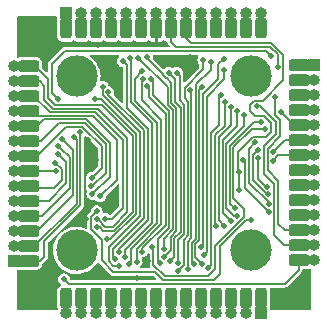
<source format=gbr>
G04 #@! TF.GenerationSoftware,KiCad,Pcbnew,(6.0.8)*
G04 #@! TF.CreationDate,2022-11-09T16:14:19-08:00*
G04 #@! TF.ProjectId,caravel_breakout_QFN,63617261-7665-46c5-9f62-7265616b6f75,rev?*
G04 #@! TF.SameCoordinates,Original*
G04 #@! TF.FileFunction,Copper,L2,Bot*
G04 #@! TF.FilePolarity,Positive*
%FSLAX46Y46*%
G04 Gerber Fmt 4.6, Leading zero omitted, Abs format (unit mm)*
G04 Created by KiCad (PCBNEW (6.0.8)) date 2022-11-09 16:14:19*
%MOMM*%
%LPD*%
G01*
G04 APERTURE LIST*
G04 Aperture macros list*
%AMRoundRect*
0 Rectangle with rounded corners*
0 $1 Rounding radius*
0 $2 $3 $4 $5 $6 $7 $8 $9 X,Y pos of 4 corners*
0 Add a 4 corners polygon primitive as box body*
4,1,4,$2,$3,$4,$5,$6,$7,$8,$9,$2,$3,0*
0 Add four circle primitives for the rounded corners*
1,1,$1+$1,$2,$3*
1,1,$1+$1,$4,$5*
1,1,$1+$1,$6,$7*
1,1,$1+$1,$8,$9*
0 Add four rect primitives between the rounded corners*
20,1,$1+$1,$2,$3,$4,$5,0*
20,1,$1+$1,$4,$5,$6,$7,0*
20,1,$1+$1,$6,$7,$8,$9,0*
20,1,$1+$1,$8,$9,$2,$3,0*%
G04 Aperture macros list end*
G04 #@! TA.AperFunction,ComponentPad*
%ADD10R,1.000000X1.000000*%
G04 #@! TD*
G04 #@! TA.AperFunction,SMDPad,CuDef*
%ADD11RoundRect,0.250000X-0.250000X0.625000X-0.250000X-0.625000X0.250000X-0.625000X0.250000X0.625000X0*%
G04 #@! TD*
G04 #@! TA.AperFunction,ComponentPad*
%ADD12O,1.000000X1.000000*%
G04 #@! TD*
G04 #@! TA.AperFunction,SMDPad,CuDef*
%ADD13RoundRect,0.250000X-0.625000X-0.250000X0.625000X-0.250000X0.625000X0.250000X-0.625000X0.250000X0*%
G04 #@! TD*
G04 #@! TA.AperFunction,SMDPad,CuDef*
%ADD14RoundRect,0.250000X0.250000X-0.625000X0.250000X0.625000X-0.250000X0.625000X-0.250000X-0.625000X0*%
G04 #@! TD*
G04 #@! TA.AperFunction,ComponentPad*
%ADD15C,3.500000*%
G04 #@! TD*
G04 #@! TA.AperFunction,SMDPad,CuDef*
%ADD16RoundRect,0.250000X0.625000X0.250000X-0.625000X0.250000X-0.625000X-0.250000X0.625000X-0.250000X0*%
G04 #@! TD*
G04 #@! TA.AperFunction,ViaPad*
%ADD17C,0.500000*%
G04 #@! TD*
G04 #@! TA.AperFunction,Conductor*
%ADD18C,0.152400*%
G04 #@! TD*
G04 APERTURE END LIST*
D10*
X127381000Y-80782000D03*
D11*
X127381000Y-82052000D03*
D12*
X128651000Y-80782000D03*
D11*
X128651000Y-82052000D03*
X129921000Y-82052000D03*
D12*
X129921000Y-80782000D03*
D11*
X131191000Y-82052000D03*
D12*
X131191000Y-80782000D03*
D11*
X132461000Y-82052000D03*
D12*
X132461000Y-80782000D03*
X133731000Y-80782000D03*
D11*
X133731000Y-82052000D03*
X135001000Y-82052000D03*
D12*
X135001000Y-80782000D03*
X136271000Y-80782000D03*
D11*
X136271000Y-82052000D03*
D12*
X137541000Y-80782000D03*
D11*
X137541000Y-82052000D03*
D12*
X138811000Y-80782000D03*
D11*
X138811000Y-82052000D03*
D12*
X140081000Y-80782000D03*
D11*
X140081000Y-82052000D03*
D12*
X141351000Y-80782000D03*
D11*
X141351000Y-82052000D03*
D12*
X142621000Y-80782000D03*
D11*
X142621000Y-82052000D03*
X143891000Y-82052000D03*
D12*
X143891000Y-80782000D03*
D10*
X122930000Y-101730000D03*
D13*
X124200000Y-101730000D03*
X124200000Y-100460000D03*
D12*
X122930000Y-100460000D03*
X122930000Y-99190000D03*
D13*
X124200000Y-99190000D03*
D12*
X122930000Y-97920000D03*
D13*
X124200000Y-97920000D03*
X124200000Y-96650000D03*
D12*
X122930000Y-96650000D03*
D13*
X124200000Y-95380000D03*
D12*
X122930000Y-95380000D03*
D13*
X124200000Y-94110000D03*
D12*
X122930000Y-94110000D03*
X122930000Y-92840000D03*
D13*
X124200000Y-92840000D03*
X124200000Y-91570000D03*
D12*
X122930000Y-91570000D03*
X122930000Y-90300000D03*
D13*
X124200000Y-90300000D03*
X124200000Y-89030000D03*
D12*
X122930000Y-89030000D03*
D13*
X124200000Y-87760000D03*
D12*
X122930000Y-87760000D03*
X122930000Y-86490000D03*
D13*
X124200000Y-86490000D03*
X124200000Y-85220000D03*
D12*
X122930000Y-85220000D03*
D10*
X143880000Y-106170000D03*
D14*
X143880000Y-104900000D03*
D12*
X142610000Y-106170000D03*
D14*
X142610000Y-104900000D03*
X141340000Y-104900000D03*
D12*
X141340000Y-106170000D03*
D14*
X140070000Y-104900000D03*
D12*
X140070000Y-106170000D03*
D14*
X138800000Y-104900000D03*
D12*
X138800000Y-106170000D03*
X137530000Y-106170000D03*
D14*
X137530000Y-104900000D03*
D12*
X136260000Y-106170000D03*
D14*
X136260000Y-104900000D03*
D12*
X134990000Y-106170000D03*
D14*
X134990000Y-104900000D03*
X133720000Y-104900000D03*
D12*
X133720000Y-106170000D03*
D14*
X132450000Y-104900000D03*
D12*
X132450000Y-106170000D03*
D14*
X131180000Y-104900000D03*
D12*
X131180000Y-106170000D03*
X129910000Y-106170000D03*
D14*
X129910000Y-104900000D03*
X128640000Y-104900000D03*
D12*
X128640000Y-106170000D03*
X127370000Y-106170000D03*
D14*
X127370000Y-104900000D03*
D15*
X128270000Y-100838000D03*
X143002000Y-86106000D03*
X128270000Y-86106000D03*
X143002000Y-100838000D03*
D16*
X147056000Y-85178600D03*
D10*
X148326000Y-85178600D03*
D16*
X147056000Y-86448600D03*
D12*
X148326000Y-86448600D03*
X148326000Y-87718600D03*
D16*
X147056000Y-87718600D03*
X147056000Y-88988600D03*
D12*
X148326000Y-88988600D03*
D16*
X147056000Y-90258600D03*
D12*
X148326000Y-90258600D03*
X148326000Y-91528600D03*
D16*
X147056000Y-91528600D03*
D12*
X148326000Y-92798600D03*
D16*
X147056000Y-92798600D03*
X147056000Y-94068600D03*
D12*
X148326000Y-94068600D03*
X148326000Y-95338600D03*
D16*
X147056000Y-95338600D03*
X147056000Y-96608600D03*
D12*
X148326000Y-96608600D03*
D16*
X147056000Y-97878600D03*
D12*
X148326000Y-97878600D03*
X148326000Y-99148600D03*
D16*
X147056000Y-99148600D03*
D12*
X148326000Y-100418600D03*
D16*
X147056000Y-100418600D03*
D12*
X148326000Y-101688600D03*
D16*
X147056000Y-101688600D03*
D17*
X147700000Y-105530000D03*
X133350000Y-103174800D03*
X123575400Y-81465400D03*
X123540000Y-105550000D03*
X130043168Y-83494300D03*
X129227332Y-91533732D03*
X134283954Y-101767263D03*
X129925980Y-93218000D03*
X129011100Y-98145600D03*
X137972800Y-85801200D03*
X131419600Y-84836000D03*
X137820400Y-84450500D03*
X129946400Y-97536000D03*
X143002000Y-98298000D03*
X145267100Y-85344000D03*
X143865600Y-89941400D03*
X141708006Y-97282825D03*
X144746732Y-84412068D03*
X126695200Y-88065801D03*
X127203200Y-103276400D03*
X143552932Y-88638132D03*
X144221200Y-90576400D03*
X134664626Y-100532934D03*
X126670839Y-92658161D03*
X126666915Y-91978101D03*
X127040473Y-91443843D03*
X128011500Y-91262200D03*
X128541532Y-90847932D03*
X130860800Y-99919100D03*
X129844800Y-88036400D03*
X133827824Y-85656819D03*
X132697114Y-101975956D03*
X133867098Y-86307538D03*
X133327743Y-101810786D03*
X134247189Y-86918800D03*
X133805843Y-100939600D03*
X135291067Y-101929197D03*
X134518998Y-86305590D03*
X136183885Y-101757465D03*
X136050268Y-85793332D03*
X136736511Y-85819175D03*
X136834300Y-101891314D03*
X137872651Y-87276982D03*
X137699299Y-102416565D03*
X138836400Y-101955600D03*
X138836400Y-87041300D03*
X141859000Y-97917000D03*
X142392400Y-89408000D03*
X134213600Y-84450500D03*
X135649220Y-101384494D03*
X135620832Y-100733210D03*
X133451600Y-84531200D03*
X132360472Y-101417700D03*
X132770632Y-84551768D03*
X131851400Y-100990400D03*
X132174346Y-84815243D03*
X131537236Y-101561608D03*
X130942069Y-87448847D03*
X131826000Y-102188700D03*
X130454400Y-86969600D03*
X130003591Y-98878927D03*
X129996420Y-98227064D03*
X130657600Y-98145600D03*
X130251200Y-96266000D03*
X129590800Y-96062800D03*
X129483628Y-95419767D03*
X129540000Y-94708962D03*
X126492000Y-94132400D03*
X126390400Y-93421200D03*
X140505435Y-87667298D03*
X139395200Y-102336600D03*
X140817600Y-88239600D03*
X140095496Y-98760032D03*
X140771632Y-98760032D03*
X141291185Y-88690790D03*
X141833600Y-89052400D03*
X141351000Y-98374200D03*
X143369117Y-91709071D03*
X144505100Y-96875600D03*
X143638590Y-93014800D03*
X144405896Y-95450432D03*
X144916090Y-92542438D03*
X144492207Y-96096593D03*
X143638601Y-92302667D03*
X145528699Y-89151564D03*
X140721276Y-84611788D03*
X138785611Y-100533200D03*
X140766800Y-85547200D03*
X139014200Y-101193600D03*
X144505100Y-97586800D03*
X142378070Y-93174700D03*
X136839464Y-102569700D03*
X138988800Y-84683600D03*
X139608130Y-84887089D03*
X138160264Y-101955600D03*
X145026140Y-87825340D03*
X144899132Y-93235532D03*
X142011400Y-95754741D03*
X142005940Y-94174700D03*
D18*
X129005517Y-98140017D02*
X129005517Y-94138463D01*
X137972800Y-84602900D02*
X137820400Y-84450500D01*
X129011100Y-98145600D02*
X129005517Y-98140017D01*
X137972800Y-85801200D02*
X137972800Y-84602900D01*
X129925980Y-92232380D02*
X129925980Y-93218000D01*
X129005517Y-94138463D02*
X129925980Y-93218000D01*
X129227332Y-91533732D02*
X129925980Y-92232380D01*
X140385800Y-102819200D02*
X139852869Y-103352131D01*
X135607475Y-103352131D02*
X135429209Y-103173864D01*
X140385800Y-100506374D02*
X140385800Y-102819200D01*
X129489200Y-99060000D02*
X129489200Y-97993200D01*
X143002000Y-98298000D02*
X142594174Y-98298000D01*
X135429209Y-103173864D02*
X134922145Y-102666800D01*
X130382689Y-99953489D02*
X129489200Y-99060000D01*
X134922145Y-102666800D02*
X131368800Y-102666800D01*
X142594174Y-98298000D02*
X140385800Y-100506374D01*
X141223520Y-91999281D02*
X141223520Y-96875120D01*
X130382689Y-101680689D02*
X130382689Y-99953489D01*
X143865600Y-89941400D02*
X143281401Y-89941400D01*
X136702800Y-83616800D02*
X136271000Y-83185000D01*
X131368800Y-102666800D02*
X130382689Y-101680689D01*
X129489200Y-97993200D02*
X129946400Y-97536000D01*
X141223520Y-96875120D02*
X141631225Y-97282825D01*
X145267100Y-84256300D02*
X144627600Y-83616800D01*
X136271000Y-83185000D02*
X136271000Y-82052000D01*
X139852869Y-103352131D02*
X135607475Y-103352131D01*
X144627600Y-83616800D02*
X136702800Y-83616800D01*
X143281401Y-89941400D02*
X141223520Y-91999281D01*
X145267100Y-85344000D02*
X145267100Y-84256300D01*
X141631225Y-97282825D02*
X141708006Y-97282825D01*
X144746732Y-84412068D02*
X144307064Y-83972400D01*
X126136400Y-87507001D02*
X126695200Y-88065801D01*
X126136400Y-85090000D02*
X126136400Y-87507001D01*
X144307064Y-83972400D02*
X127254000Y-83972400D01*
X127254000Y-83972400D02*
X126136400Y-85090000D01*
X145873149Y-103656451D02*
X147056000Y-102473600D01*
X127583251Y-103656451D02*
X145873149Y-103656451D01*
X127203200Y-103276400D02*
X127583251Y-103656451D01*
X147056000Y-102473600D02*
X147056000Y-101688600D01*
X145135600Y-89966800D02*
X145135600Y-91008200D01*
X144116701Y-94358101D02*
X144983200Y-95224600D01*
X145135600Y-91008200D02*
X144116701Y-92027099D01*
X144983200Y-99568000D02*
X145833800Y-100418600D01*
X143552932Y-88638132D02*
X143806932Y-88638132D01*
X145833800Y-100418600D02*
X147056000Y-100418600D01*
X143806932Y-88638132D02*
X145135600Y-89966800D01*
X144116701Y-92027099D02*
X144116701Y-94358101D01*
X144983200Y-95224600D02*
X144983200Y-99568000D01*
X144221200Y-90576400D02*
X143076774Y-90576400D01*
X141527840Y-96426507D02*
X142443200Y-97341867D01*
X134762054Y-102076336D02*
X134762054Y-100630362D01*
X139954000Y-102453952D02*
X139360141Y-103047811D01*
X134762054Y-100630362D02*
X134664626Y-100532934D01*
X135733529Y-103047811D02*
X134762054Y-102076336D01*
X142443200Y-97341867D02*
X142443200Y-98018600D01*
X143076774Y-90576400D02*
X141527840Y-92125334D01*
X139954000Y-100507800D02*
X139954000Y-102453952D01*
X141527840Y-92125334D02*
X141527840Y-96426507D01*
X139360141Y-103047811D02*
X135733529Y-103047811D01*
X142443200Y-98018600D02*
X139954000Y-100507800D01*
X126670839Y-92658161D02*
X126670839Y-92685639D01*
X125879400Y-96650000D02*
X124200000Y-96650000D01*
X127357531Y-93372331D02*
X127357531Y-95171869D01*
X127357531Y-95171869D02*
X125879400Y-96650000D01*
X126670839Y-92685639D02*
X127357531Y-93372331D01*
X125295200Y-97920000D02*
X124990400Y-97920000D01*
X127661851Y-92965451D02*
X127661851Y-95553349D01*
X127661851Y-95553349D02*
X125295200Y-97920000D01*
X126666915Y-91978101D02*
X126941614Y-92252800D01*
X126941614Y-92252800D02*
X126949200Y-92252800D01*
X126949200Y-92252800D02*
X127661851Y-92965451D01*
X127966171Y-92369541D02*
X127966171Y-96163429D01*
X127040473Y-91443843D02*
X127966171Y-92369541D01*
X127966171Y-96163429D02*
X124939600Y-99190000D01*
X128270491Y-96875109D02*
X124685600Y-100460000D01*
X128270491Y-91521191D02*
X128270491Y-96875109D01*
X124685600Y-100460000D02*
X124200000Y-100460000D01*
X128011500Y-91262200D02*
X128270491Y-91521191D01*
X125526800Y-101396800D02*
X125193600Y-101730000D01*
X125526800Y-100049174D02*
X125526800Y-101396800D01*
X128574811Y-90881211D02*
X128574811Y-97001163D01*
X128574811Y-97001163D02*
X125526800Y-100049174D01*
X125193600Y-101730000D02*
X124200000Y-101730000D01*
X128541532Y-90847932D02*
X128574811Y-90881211D01*
X131117874Y-99919100D02*
X130860800Y-99919100D01*
X133299200Y-97737774D02*
X131117874Y-99919100D01*
X129844800Y-88036400D02*
X130354226Y-88036400D01*
X130354226Y-88036400D02*
X133299200Y-90981374D01*
X133299200Y-90981374D02*
X133299200Y-97737774D01*
X133172680Y-86311963D02*
X133827824Y-85656819D01*
X132838572Y-101834498D02*
X132838572Y-100766655D01*
X135077200Y-90069826D02*
X133172680Y-88165306D01*
X132838572Y-100766655D02*
X135077200Y-98528027D01*
X135077200Y-98528027D02*
X135077200Y-90069826D01*
X132697114Y-101975956D02*
X132838572Y-101834498D01*
X133172680Y-88165306D02*
X133172680Y-86311963D01*
X135432800Y-98602800D02*
X133327743Y-100707857D01*
X133327743Y-100707857D02*
X133327743Y-101810786D01*
X133769089Y-86405547D02*
X133769089Y-88125289D01*
X133769089Y-88125289D02*
X135432800Y-89789000D01*
X135432800Y-89789000D02*
X135432800Y-98602800D01*
X134366000Y-87833200D02*
X135788400Y-89255600D01*
X135788400Y-89255600D02*
X135788400Y-98677574D01*
X135788400Y-98677574D02*
X133805843Y-100660131D01*
X134366000Y-87037611D02*
X134366000Y-87833200D01*
X133805843Y-100660131D02*
X133805843Y-100939600D01*
X134247189Y-86918800D02*
X134366000Y-87037611D01*
X134518998Y-86305590D02*
X134725300Y-86511892D01*
X135142721Y-100334877D02*
X135142737Y-100334893D01*
X135142721Y-100535169D02*
X135142721Y-100931251D01*
X135142737Y-100334893D02*
X135142737Y-100535153D01*
X135142721Y-99887758D02*
X135142721Y-100334877D01*
X136093200Y-98937279D02*
X135142721Y-99887758D01*
X135142737Y-100535153D02*
X135142721Y-100535169D01*
X134725300Y-87705620D02*
X136093200Y-89073520D01*
X136093200Y-89073520D02*
X136093200Y-98937279D01*
X134725300Y-86511892D02*
X134725300Y-87705620D01*
X135142721Y-100931251D02*
X135142737Y-100931267D01*
X135142737Y-101780867D02*
X135291067Y-101929197D01*
X135142737Y-100931267D02*
X135142737Y-101780867D01*
X136526440Y-99795160D02*
X136526440Y-101414910D01*
X136050268Y-85809068D02*
X136567932Y-86326732D01*
X136567932Y-86326732D02*
X136567932Y-88257132D01*
X136050268Y-85793332D02*
X136050268Y-85809068D01*
X136567932Y-88257132D02*
X137058400Y-88747600D01*
X137058400Y-88747600D02*
X137058400Y-99263200D01*
X137058400Y-99263200D02*
X136526440Y-99795160D01*
X136526440Y-101414910D02*
X136183885Y-101757465D01*
X136830760Y-99974866D02*
X136830760Y-101887774D01*
X136830760Y-101887774D02*
X136834300Y-101891314D01*
X136967229Y-86049893D02*
X136967229Y-88097629D01*
X137364160Y-88494560D02*
X137364160Y-99441466D01*
X136736511Y-85819175D02*
X136967229Y-86049893D01*
X137364160Y-99441466D02*
X136830760Y-99974866D01*
X136967229Y-88097629D02*
X137364160Y-88494560D01*
X137972800Y-87377131D02*
X137972800Y-99809111D01*
X137682153Y-102153641D02*
X137699299Y-102170787D01*
X137699299Y-102170787D02*
X137699299Y-102416565D01*
X137682153Y-100099760D02*
X137682153Y-102153641D01*
X137872651Y-87276982D02*
X137972800Y-87377131D01*
X137972800Y-99809111D02*
X137682153Y-100099760D01*
X138655071Y-99987588D02*
X138307500Y-100335159D01*
X138836400Y-87041300D02*
X138655071Y-87222629D01*
X138655071Y-87222629D02*
X138655071Y-99987588D01*
X138307500Y-100335159D02*
X138307500Y-101426700D01*
X138307500Y-101426700D02*
X138836400Y-101955600D01*
X140919200Y-91821000D02*
X140919200Y-97256600D01*
X140919200Y-97256600D02*
X141579600Y-97917000D01*
X142392400Y-90347800D02*
X140919200Y-91821000D01*
X142392400Y-89408000D02*
X142392400Y-90347800D01*
X141579600Y-97917000D02*
X141859000Y-97917000D01*
X134213600Y-84582000D02*
X135572157Y-85940557D01*
X136263612Y-88383185D02*
X136702800Y-88822373D01*
X135572157Y-85940557D02*
X135572157Y-85991373D01*
X134213600Y-84450500D02*
X134213600Y-84582000D01*
X136222120Y-100812106D02*
X135649732Y-101384494D01*
X136702800Y-88822373D02*
X136702800Y-99188427D01*
X136263612Y-86632012D02*
X136263612Y-88383185D01*
X135649732Y-101384494D02*
X135649220Y-101384494D01*
X135852227Y-86271443D02*
X135903043Y-86271443D01*
X136702800Y-99188427D02*
X136222120Y-99669107D01*
X135903043Y-86271443D02*
X136263612Y-86632012D01*
X136222120Y-99669107D02*
X136222120Y-100812106D01*
X135572157Y-85991373D02*
X135852227Y-86271443D01*
X136398480Y-99062373D02*
X135620832Y-99840021D01*
X135959292Y-87038892D02*
X135959292Y-88509238D01*
X135620832Y-99840021D02*
X135620832Y-100733210D01*
X136398480Y-88948426D02*
X136398480Y-99062373D01*
X133451600Y-84531200D02*
X135959292Y-87038892D01*
X135959292Y-88509238D02*
X136398480Y-88948426D01*
X132867400Y-84648536D02*
X132867400Y-88290400D01*
X134670800Y-90093800D02*
X134670800Y-98504053D01*
X132867400Y-88290400D02*
X134670800Y-90093800D01*
X134670800Y-98504053D02*
X132360472Y-100814381D01*
X132770632Y-84551768D02*
X132867400Y-84648536D01*
X132360472Y-100814381D02*
X132360472Y-101417700D01*
X131851400Y-100711000D02*
X131851400Y-100990400D01*
X132174346Y-84815243D02*
X132537200Y-85178097D01*
X132537200Y-85178097D02*
X132537200Y-88823800D01*
X132537200Y-88823800D02*
X134315200Y-90601800D01*
X134315200Y-90601800D02*
X134315200Y-98247200D01*
X134315200Y-98247200D02*
X131851400Y-100711000D01*
X131343400Y-101367772D02*
X131537236Y-101561608D01*
X133959600Y-90678000D02*
X133959600Y-98069400D01*
X130942069Y-87660469D02*
X133959600Y-90678000D01*
X130942069Y-87448847D02*
X130942069Y-87660469D01*
X131343400Y-100685600D02*
X131343400Y-101367772D01*
X133959600Y-98069400D02*
X131343400Y-100685600D01*
X130454400Y-87706200D02*
X133604000Y-90855800D01*
X130454400Y-86969600D02*
X130454400Y-87706200D01*
X130962400Y-101777800D02*
X130962400Y-100584000D01*
X131373300Y-102188700D02*
X130962400Y-101777800D01*
X130962400Y-100584000D02*
X131039080Y-100507320D01*
X131826000Y-102188700D02*
X131373300Y-102188700D01*
X133604000Y-90855800D02*
X133604000Y-97942400D01*
X133604000Y-97942400D02*
X131048713Y-100497687D01*
X130249353Y-98878927D02*
X130531547Y-99161120D01*
X125831120Y-86334120D02*
X124717000Y-85220000D01*
X125831120Y-87934320D02*
X125831120Y-86334120D01*
X132994880Y-91134638D02*
X130404143Y-88543901D01*
X132994880Y-97611720D02*
X132994880Y-91134638D01*
X124717000Y-85220000D02*
X124200000Y-85220000D01*
X131445480Y-99161120D02*
X132994880Y-97611720D01*
X126440701Y-88543901D02*
X125831120Y-87934320D01*
X130531547Y-99161120D02*
X131445480Y-99161120D01*
X130404143Y-88543901D02*
X126440701Y-88543901D01*
X130003591Y-98878927D02*
X130249353Y-98878927D01*
X132563313Y-97612913D02*
X132563313Y-91313713D01*
X131319426Y-98856800D02*
X132563313Y-97612913D01*
X129996420Y-98227064D02*
X130027864Y-98227064D01*
X130097821Y-88848221D02*
X126237021Y-88848221D01*
X125526800Y-88138000D02*
X125526800Y-86893400D01*
X130027864Y-98227064D02*
X130657600Y-98856800D01*
X130657600Y-98856800D02*
X131319426Y-98856800D01*
X125526800Y-86893400D02*
X125123400Y-86490000D01*
X125123400Y-86490000D02*
X124200000Y-86490000D01*
X126237021Y-88848221D02*
X125526800Y-88138000D01*
X132563313Y-91313713D02*
X130097821Y-88848221D01*
X130657600Y-98145600D02*
X131267200Y-98145600D01*
X129843341Y-89152541D02*
X125982541Y-89152541D01*
X131267200Y-98145600D02*
X132181600Y-97231200D01*
X132181600Y-91490800D02*
X129843341Y-89152541D01*
X124590000Y-87760000D02*
X124200000Y-87760000D01*
X125982541Y-89152541D02*
X124590000Y-87760000D01*
X132181600Y-97231200D02*
X132181600Y-91490800D01*
X129639661Y-89456861D02*
X125016861Y-89456861D01*
X124866400Y-89306400D02*
X124476400Y-89306400D01*
X130251200Y-96266000D02*
X131673600Y-94843600D01*
X131673600Y-94843600D02*
X131673600Y-91490800D01*
X131673600Y-91490800D02*
X129639661Y-89456861D01*
X125016861Y-89456861D02*
X124866400Y-89306400D01*
X131064000Y-94589600D02*
X131064000Y-91744800D01*
X125481979Y-89761181D02*
X124943160Y-90300000D01*
X131064000Y-91744800D02*
X129080381Y-89761181D01*
X129590800Y-96062800D02*
X131064000Y-94589600D01*
X129080381Y-89761181D02*
X125481979Y-89761181D01*
X126748899Y-90065501D02*
X128951475Y-90065501D01*
X128951475Y-90065501D02*
X130708400Y-91822426D01*
X129557712Y-95419767D02*
X129483628Y-95419767D01*
X130708400Y-91822426D02*
X130708400Y-94269079D01*
X125244400Y-91570000D02*
X126748899Y-90065501D01*
X124939600Y-91570000D02*
X125244400Y-91570000D01*
X130708400Y-94269079D02*
X129557712Y-95419767D01*
X128739573Y-90369821D02*
X127384379Y-90369821D01*
X127384379Y-90369821D02*
X124914200Y-92840000D01*
X130404080Y-93844882D02*
X130404080Y-92034328D01*
X130404080Y-92034328D02*
X128739573Y-90369821D01*
X124914200Y-92840000D02*
X124200000Y-92840000D01*
X129540000Y-94708962D02*
X130404080Y-93844882D01*
X126469600Y-94110000D02*
X124200000Y-94110000D01*
X126492000Y-94132400D02*
X126469600Y-94110000D01*
X127000000Y-94894400D02*
X126339600Y-95554800D01*
X127000000Y-93964248D02*
X127000000Y-94894400D01*
X126339600Y-95554800D02*
X124374800Y-95554800D01*
X126390400Y-93421200D02*
X126456952Y-93421200D01*
X124374800Y-95554800D02*
X124200000Y-95380000D01*
X126456952Y-93421200D02*
X127000000Y-93964248D01*
X139617385Y-90913015D02*
X139617385Y-102114415D01*
X139617385Y-102114415D02*
X139395200Y-102336600D01*
X140339489Y-90190911D02*
X139617385Y-90913015D01*
X140339489Y-87833244D02*
X140339489Y-90190911D01*
X140505435Y-87667298D02*
X140339489Y-87833244D01*
X140813074Y-88492749D02*
X140817600Y-88488223D01*
X140817600Y-88488223D02*
X140817600Y-88239600D01*
X140095496Y-98760032D02*
X140004800Y-98669336D01*
X140004800Y-98669336D02*
X140004800Y-91109800D01*
X140813074Y-90301526D02*
X140813074Y-88492749D01*
X140004800Y-91109800D02*
X140813074Y-90301526D01*
X140771632Y-98760032D02*
X140310560Y-98298960D01*
X140310560Y-98298960D02*
X140310560Y-91235840D01*
X141291185Y-90255215D02*
X141291185Y-88690790D01*
X140310560Y-91235840D02*
X141291185Y-90255215D01*
X140614880Y-97638080D02*
X141351000Y-98374200D01*
X140614880Y-91515720D02*
X140614880Y-97638080D01*
X141833600Y-89052400D02*
X141833600Y-90297000D01*
X141833600Y-90297000D02*
X140614880Y-91515720D01*
X144505100Y-96785623D02*
X144505100Y-96875600D01*
X143369117Y-91709071D02*
X142856170Y-92222018D01*
X142856170Y-95136693D02*
X144505100Y-96785623D01*
X142856170Y-92222018D02*
X142856170Y-95136693D01*
X144320032Y-95450432D02*
X144405896Y-95450432D01*
X143638590Y-93014800D02*
X143653891Y-93030101D01*
X143653891Y-93030101D02*
X143653891Y-94784291D01*
X143653891Y-94784291D02*
X144320032Y-95450432D01*
X144916090Y-92542438D02*
X145929928Y-91528600D01*
X145929928Y-91528600D02*
X147056000Y-91528600D01*
X143160479Y-92780789D02*
X143160479Y-94916231D01*
X144340841Y-96096593D02*
X144492207Y-96096593D01*
X143638601Y-92302667D02*
X143160479Y-92780789D01*
X143160479Y-94916231D02*
X144340841Y-96096593D01*
X146635735Y-90258600D02*
X147056000Y-90258600D01*
X145528699Y-89151564D02*
X146635735Y-90258600D01*
X140258800Y-85074264D02*
X140721276Y-84611788D01*
X138959391Y-87608609D02*
X140258800Y-86309200D01*
X138785611Y-100533200D02*
X138959391Y-100359420D01*
X138959391Y-100359420D02*
X138959391Y-87608609D01*
X140258800Y-86309200D02*
X140258800Y-85074264D01*
X139263711Y-87837689D02*
X139263711Y-100944089D01*
X140766800Y-85547200D02*
X140766800Y-86334600D01*
X140766800Y-86334600D02*
X139263711Y-87837689D01*
X139263711Y-100944089D02*
X139014200Y-101193600D01*
X142378070Y-93174700D02*
X142484051Y-93280681D01*
X142484051Y-95565751D02*
X144505100Y-97586800D01*
X142484051Y-93280681D02*
X142484051Y-95565751D01*
X137668480Y-99567520D02*
X137312400Y-99923600D01*
X137312400Y-102096764D02*
X136839464Y-102569700D01*
X137394540Y-87966140D02*
X137668480Y-88240080D01*
X137668480Y-88240080D02*
X137668480Y-99567520D01*
X137394540Y-87078941D02*
X137394540Y-87966140D01*
X138988800Y-84683600D02*
X138988800Y-85484681D01*
X137312400Y-99923600D02*
X137312400Y-102096764D01*
X138988800Y-85484681D02*
X137394540Y-87078941D01*
X138350751Y-86794849D02*
X138350751Y-99861534D01*
X138003180Y-100209106D02*
X138003180Y-101798516D01*
X139608130Y-85537470D02*
X138350751Y-86794849D01*
X139608130Y-84887089D02*
X139608130Y-85537470D01*
X138350751Y-99861534D02*
X138003180Y-100209106D01*
X138003180Y-101798516D02*
X138160264Y-101955600D01*
X145338800Y-98628200D02*
X145859200Y-99148600D01*
X144421021Y-92256179D02*
X144421021Y-94078221D01*
X145034000Y-89345101D02*
X145491200Y-89802301D01*
X145491200Y-91186000D02*
X144421021Y-92256179D01*
X144421021Y-94078221D02*
X145338800Y-94996000D01*
X145491200Y-89802301D02*
X145491200Y-91186000D01*
X145026140Y-87825340D02*
X145034000Y-87833200D01*
X145859200Y-99148600D02*
X147056000Y-99148600D01*
X145034000Y-87833200D02*
X145034000Y-89345101D01*
X145338800Y-94996000D02*
X145338800Y-98628200D01*
X143754352Y-88163400D02*
X144011928Y-88163400D01*
X144149489Y-89463289D02*
X143362089Y-89463289D01*
X141899959Y-92502077D02*
X143171076Y-91230960D01*
X142951200Y-89052400D02*
X142951200Y-88493600D01*
X144328640Y-91230960D02*
X144729200Y-90830400D01*
X145745211Y-86430117D02*
X145745211Y-84304038D01*
X142005940Y-94174700D02*
X141899959Y-94068719D01*
X143284779Y-88160021D02*
X143750973Y-88160021D01*
X145745211Y-84304038D02*
X144753653Y-83312480D01*
X143362089Y-89463289D02*
X142951200Y-89052400D01*
X144899132Y-93235532D02*
X145336064Y-92798600D01*
X142036800Y-95729341D02*
X142036800Y-94205560D01*
X144011928Y-88163400D02*
X145745211Y-86430117D01*
X144753653Y-83312480D02*
X137973280Y-83312480D01*
X143750973Y-88160021D02*
X143754352Y-88163400D01*
X142951200Y-88493600D02*
X143284779Y-88160021D01*
X142011400Y-95754741D02*
X142036800Y-95729341D01*
X142036800Y-94205560D02*
X142005940Y-94174700D01*
X137541000Y-82880200D02*
X137541000Y-82052000D01*
X143171076Y-91230960D02*
X144328640Y-91230960D01*
X137973280Y-83312480D02*
X137541000Y-82880200D01*
X144729200Y-90043000D02*
X144149489Y-89463289D01*
X144729200Y-90830400D02*
X144729200Y-90043000D01*
X141899959Y-94068719D02*
X141899959Y-92502077D01*
X145336064Y-92798600D02*
X147056000Y-92798600D01*
G04 #@! TA.AperFunction,Conductor*
G36*
X148000694Y-102372652D02*
G01*
X148007893Y-102375329D01*
X148032514Y-102384486D01*
X148071687Y-102417826D01*
X148081500Y-102454969D01*
X148081500Y-105842300D01*
X148063907Y-105890638D01*
X148019358Y-105916358D01*
X148006300Y-105917500D01*
X144709699Y-105917500D01*
X144661361Y-105899907D01*
X144635641Y-105855358D01*
X144634499Y-105842300D01*
X144634499Y-105644934D01*
X144631679Y-105630756D01*
X144630675Y-105607967D01*
X144634280Y-105574785D01*
X144634280Y-105574777D01*
X144634500Y-105572756D01*
X144634500Y-104227244D01*
X144627798Y-104165552D01*
X144599006Y-104088748D01*
X144598513Y-104037310D01*
X144631198Y-103997590D01*
X144669421Y-103987151D01*
X145855421Y-103987151D01*
X145861975Y-103987437D01*
X145895862Y-103990402D01*
X145895864Y-103990402D01*
X145902416Y-103990975D01*
X145908772Y-103989272D01*
X145941620Y-103980471D01*
X145948023Y-103979052D01*
X145981519Y-103973146D01*
X145981525Y-103973144D01*
X145988000Y-103972002D01*
X145993696Y-103968713D01*
X145998483Y-103966971D01*
X146004081Y-103964653D01*
X146008711Y-103962494D01*
X146015065Y-103960791D01*
X146048309Y-103937513D01*
X146053840Y-103933989D01*
X146088998Y-103913690D01*
X146093224Y-103908654D01*
X146093226Y-103908652D01*
X146115095Y-103882589D01*
X146119527Y-103877753D01*
X147277302Y-102719978D01*
X147282138Y-102715546D01*
X147308201Y-102693677D01*
X147308203Y-102693675D01*
X147313239Y-102689449D01*
X147333538Y-102654291D01*
X147337063Y-102648759D01*
X147356566Y-102620906D01*
X147360340Y-102615516D01*
X147362043Y-102609162D01*
X147364202Y-102604532D01*
X147366520Y-102598934D01*
X147368262Y-102594147D01*
X147371551Y-102588451D01*
X147372693Y-102581976D01*
X147372695Y-102581970D01*
X147378601Y-102548474D01*
X147380020Y-102542071D01*
X147390524Y-102502868D01*
X147392493Y-102503396D01*
X147410346Y-102465120D01*
X147456969Y-102443385D01*
X147463515Y-102443100D01*
X147728756Y-102443100D01*
X147730779Y-102442880D01*
X147730783Y-102442880D01*
X147749591Y-102440837D01*
X147790448Y-102436398D01*
X147794861Y-102434744D01*
X147794864Y-102434743D01*
X147874974Y-102404711D01*
X147925764Y-102385671D01*
X147930049Y-102382460D01*
X147934750Y-102379886D01*
X147935431Y-102381129D01*
X147978607Y-102368048D01*
X148000694Y-102372652D01*
G37*
G04 #@! TD.AperFunction*
G04 #@! TA.AperFunction,Conductor*
G36*
X131818833Y-95253928D02*
G01*
X131848338Y-95296065D01*
X131850900Y-95315528D01*
X131850900Y-97063072D01*
X131833307Y-97111410D01*
X131828874Y-97116246D01*
X131152246Y-97792874D01*
X131105626Y-97814614D01*
X131099072Y-97814900D01*
X131073122Y-97814900D01*
X131024784Y-97797307D01*
X131016153Y-97788787D01*
X130996153Y-97765575D01*
X130996148Y-97765571D01*
X130992656Y-97761518D01*
X130934565Y-97723865D01*
X130875883Y-97685829D01*
X130875882Y-97685828D01*
X130871390Y-97682917D01*
X130795180Y-97660125D01*
X130738071Y-97643045D01*
X130738068Y-97643045D01*
X130732937Y-97641510D01*
X130727582Y-97641477D01*
X130727580Y-97641477D01*
X130662635Y-97641081D01*
X130588427Y-97640628D01*
X130547549Y-97652311D01*
X130496237Y-97648678D01*
X130459266Y-97612913D01*
X130452726Y-97567531D01*
X130455936Y-97548453D01*
X130456088Y-97536000D01*
X130440225Y-97425236D01*
X130436361Y-97398251D01*
X130436360Y-97398247D01*
X130435601Y-97392948D01*
X130432889Y-97386982D01*
X130384641Y-97280867D01*
X130375788Y-97261395D01*
X130371286Y-97256170D01*
X130284950Y-97155972D01*
X130284947Y-97155969D01*
X130281456Y-97151918D01*
X130276135Y-97148469D01*
X130164683Y-97076229D01*
X130164682Y-97076228D01*
X130160190Y-97073317D01*
X130083980Y-97050525D01*
X130026871Y-97033445D01*
X130026868Y-97033445D01*
X130021737Y-97031910D01*
X130016382Y-97031877D01*
X130016380Y-97031877D01*
X129951435Y-97031481D01*
X129877227Y-97031028D01*
X129738279Y-97070739D01*
X129616061Y-97147853D01*
X129520399Y-97256170D01*
X129518123Y-97261017D01*
X129518122Y-97261019D01*
X129493905Y-97312600D01*
X129458983Y-97386982D01*
X129436750Y-97529773D01*
X129437444Y-97535080D01*
X129437444Y-97535081D01*
X129437520Y-97535659D01*
X129437433Y-97536052D01*
X129437379Y-97540441D01*
X129436458Y-97540430D01*
X129426347Y-97585871D01*
X129416130Y-97598590D01*
X129267898Y-97746822D01*
X129263062Y-97751254D01*
X129236999Y-97773123D01*
X129236997Y-97773125D01*
X129231961Y-97777351D01*
X129222400Y-97793910D01*
X129211662Y-97812509D01*
X129208137Y-97818041D01*
X129189019Y-97845345D01*
X129184860Y-97851284D01*
X129183157Y-97857638D01*
X129180998Y-97862268D01*
X129178680Y-97867866D01*
X129176938Y-97872653D01*
X129173649Y-97878349D01*
X129172507Y-97884824D01*
X129172505Y-97884830D01*
X129166599Y-97918326D01*
X129165180Y-97924729D01*
X129154676Y-97963933D01*
X129155249Y-97970485D01*
X129155249Y-97970487D01*
X129158214Y-98004374D01*
X129158500Y-98010928D01*
X129158500Y-98922624D01*
X129140907Y-98970962D01*
X129096358Y-98996682D01*
X129056170Y-98992759D01*
X128860909Y-98917219D01*
X128858321Y-98916619D01*
X128858314Y-98916617D01*
X128665624Y-98871955D01*
X128584374Y-98853122D01*
X128442970Y-98840875D01*
X128304214Y-98828857D01*
X128304209Y-98828857D01*
X128301566Y-98828628D01*
X128298911Y-98828774D01*
X128298906Y-98828774D01*
X128020781Y-98844080D01*
X128018128Y-98844226D01*
X127739715Y-98899606D01*
X127471884Y-98993662D01*
X127219976Y-99124517D01*
X126989020Y-99289561D01*
X126987102Y-99291391D01*
X126987098Y-99291394D01*
X126873385Y-99399872D01*
X126783623Y-99485501D01*
X126607882Y-99708426D01*
X126549931Y-99808196D01*
X126469320Y-99946979D01*
X126465306Y-99953889D01*
X126412961Y-100083122D01*
X126378192Y-100168964D01*
X126358738Y-100216993D01*
X126290305Y-100492488D01*
X126261372Y-100774876D01*
X126266813Y-100913364D01*
X126272323Y-101053600D01*
X126272516Y-101058524D01*
X126272995Y-101061145D01*
X126272995Y-101061148D01*
X126286188Y-101133387D01*
X126323516Y-101337772D01*
X126324354Y-101340283D01*
X126324355Y-101340288D01*
X126363597Y-101457911D01*
X126413353Y-101607048D01*
X126414538Y-101609419D01*
X126414539Y-101609422D01*
X126430244Y-101640853D01*
X126540236Y-101860980D01*
X126701631Y-102094500D01*
X126796436Y-102197060D01*
X126882846Y-102290537D01*
X126894320Y-102302950D01*
X127114458Y-102482170D01*
X127357652Y-102628585D01*
X127360101Y-102629622D01*
X127360103Y-102629623D01*
X127445109Y-102665618D01*
X127466469Y-102685501D01*
X127484010Y-102683332D01*
X127496480Y-102687371D01*
X127616600Y-102738235D01*
X127619049Y-102739272D01*
X127621616Y-102739953D01*
X127621623Y-102739955D01*
X127890866Y-102811343D01*
X127890868Y-102811343D01*
X127893435Y-102812024D01*
X127896068Y-102812336D01*
X127896070Y-102812336D01*
X127958483Y-102819723D01*
X128175334Y-102845389D01*
X128297788Y-102842503D01*
X128456461Y-102838764D01*
X128456465Y-102838764D01*
X128459122Y-102838701D01*
X128461744Y-102838265D01*
X128461750Y-102838264D01*
X128689392Y-102800374D01*
X128739136Y-102792094D01*
X128741657Y-102791297D01*
X128741664Y-102791295D01*
X128981177Y-102715546D01*
X129009790Y-102706497D01*
X129265684Y-102583619D01*
X129501710Y-102425911D01*
X129515585Y-102413484D01*
X129558184Y-102375329D01*
X129713161Y-102236520D01*
X129714863Y-102234495D01*
X129714869Y-102234489D01*
X129894102Y-102021265D01*
X129895817Y-102019225D01*
X129985548Y-101875346D01*
X130026055Y-101843641D01*
X130077466Y-101845391D01*
X130114481Y-101877540D01*
X130125450Y-101896538D01*
X130130486Y-101900764D01*
X130130488Y-101900766D01*
X130156551Y-101922635D01*
X130161387Y-101927067D01*
X131122427Y-102888108D01*
X131126859Y-102892944D01*
X131152951Y-102924039D01*
X131158650Y-102927329D01*
X131158652Y-102927331D01*
X131188099Y-102944332D01*
X131193632Y-102947857D01*
X131196880Y-102950131D01*
X131226884Y-102971140D01*
X131233238Y-102972843D01*
X131237868Y-102975002D01*
X131243466Y-102977320D01*
X131248253Y-102979062D01*
X131253949Y-102982351D01*
X131260424Y-102983493D01*
X131260430Y-102983495D01*
X131293926Y-102989401D01*
X131300329Y-102990820D01*
X131333177Y-102999621D01*
X131339533Y-103001324D01*
X131346085Y-103000751D01*
X131346087Y-103000751D01*
X131379974Y-102997786D01*
X131386528Y-102997500D01*
X134754017Y-102997500D01*
X134802355Y-103015093D01*
X134807191Y-103019526D01*
X134985042Y-103197377D01*
X135006782Y-103243997D01*
X134993468Y-103293684D01*
X134951331Y-103323189D01*
X134931868Y-103325751D01*
X127785153Y-103325751D01*
X127736815Y-103308158D01*
X127710713Y-103261212D01*
X127693161Y-103138651D01*
X127693160Y-103138647D01*
X127692401Y-103133348D01*
X127689689Y-103127382D01*
X127649632Y-103039281D01*
X127632588Y-103001795D01*
X127629090Y-102997735D01*
X127541750Y-102896372D01*
X127541747Y-102896369D01*
X127538256Y-102892318D01*
X127531985Y-102888253D01*
X127426256Y-102819723D01*
X127417579Y-102808229D01*
X127411917Y-102809966D01*
X127394240Y-102806913D01*
X127283671Y-102773845D01*
X127283668Y-102773845D01*
X127278537Y-102772310D01*
X127273182Y-102772277D01*
X127273180Y-102772277D01*
X127208235Y-102771881D01*
X127134027Y-102771428D01*
X126995079Y-102811139D01*
X126872861Y-102888253D01*
X126777199Y-102996570D01*
X126774923Y-103001417D01*
X126774922Y-103001419D01*
X126745891Y-103063253D01*
X126715783Y-103127382D01*
X126693550Y-103270173D01*
X126694244Y-103275480D01*
X126694244Y-103275483D01*
X126698517Y-103308158D01*
X126712288Y-103413465D01*
X126770489Y-103545739D01*
X126863476Y-103656360D01*
X126867935Y-103659328D01*
X126867936Y-103659329D01*
X126910268Y-103687508D01*
X126940757Y-103728939D01*
X126937482Y-103780274D01*
X126901975Y-103817494D01*
X126894994Y-103820522D01*
X126875236Y-103827929D01*
X126759596Y-103914596D01*
X126672929Y-104030236D01*
X126622202Y-104165552D01*
X126615500Y-104227244D01*
X126615500Y-105572756D01*
X126622202Y-105634448D01*
X126623856Y-105638861D01*
X126623857Y-105638864D01*
X126653889Y-105718974D01*
X126672929Y-105769764D01*
X126676140Y-105774049D01*
X126678714Y-105778750D01*
X126677296Y-105779526D01*
X126690203Y-105822158D01*
X126685782Y-105843738D01*
X126676944Y-105868020D01*
X126643879Y-105907425D01*
X126606279Y-105917500D01*
X123265700Y-105917500D01*
X123217362Y-105899907D01*
X123191642Y-105855358D01*
X123190500Y-105842300D01*
X123190500Y-102559699D01*
X123208093Y-102511361D01*
X123252642Y-102485641D01*
X123265700Y-102484499D01*
X123455066Y-102484499D01*
X123467106Y-102482104D01*
X123469244Y-102481679D01*
X123492033Y-102480675D01*
X123525215Y-102484280D01*
X123525223Y-102484280D01*
X123527244Y-102484500D01*
X124872756Y-102484500D01*
X124874779Y-102484280D01*
X124874783Y-102484280D01*
X124898723Y-102481679D01*
X124934448Y-102477798D01*
X124938861Y-102476144D01*
X124938864Y-102476143D01*
X125044884Y-102436398D01*
X125069764Y-102427071D01*
X125185404Y-102340404D01*
X125272071Y-102224764D01*
X125299645Y-102151210D01*
X125321143Y-102093864D01*
X125321144Y-102093861D01*
X125322798Y-102089448D01*
X125324546Y-102073355D01*
X125347256Y-102027201D01*
X125356167Y-102019880D01*
X125368770Y-102011055D01*
X125374291Y-102007538D01*
X125403754Y-101990527D01*
X125409449Y-101987239D01*
X125413675Y-101982203D01*
X125413677Y-101982201D01*
X125435546Y-101956138D01*
X125439978Y-101951302D01*
X125748102Y-101643178D01*
X125752938Y-101638746D01*
X125779001Y-101616877D01*
X125779003Y-101616875D01*
X125784039Y-101612649D01*
X125804338Y-101577491D01*
X125807863Y-101571959D01*
X125827366Y-101544106D01*
X125831140Y-101538716D01*
X125832843Y-101532362D01*
X125835002Y-101527732D01*
X125837320Y-101522134D01*
X125839062Y-101517347D01*
X125842351Y-101511651D01*
X125843493Y-101505176D01*
X125843495Y-101505170D01*
X125849401Y-101471674D01*
X125850820Y-101465271D01*
X125859621Y-101432423D01*
X125861324Y-101426067D01*
X125859812Y-101408778D01*
X125857786Y-101385626D01*
X125857500Y-101379072D01*
X125857500Y-100217302D01*
X125875093Y-100168964D01*
X125879526Y-100164128D01*
X128796113Y-97247541D01*
X128800949Y-97243109D01*
X128827007Y-97221244D01*
X128827008Y-97221243D01*
X128832050Y-97217012D01*
X128835558Y-97210937D01*
X128852340Y-97181869D01*
X128855865Y-97176335D01*
X128866489Y-97161163D01*
X128879151Y-97143080D01*
X128880854Y-97136723D01*
X128883013Y-97132094D01*
X128885331Y-97126497D01*
X128887073Y-97121710D01*
X128890362Y-97116014D01*
X128891504Y-97109540D01*
X128891506Y-97109533D01*
X128897414Y-97076027D01*
X128898833Y-97069625D01*
X128907631Y-97036787D01*
X128907631Y-97036786D01*
X128909334Y-97030430D01*
X128907499Y-97009448D01*
X128905797Y-96990000D01*
X128905511Y-96983446D01*
X128905511Y-95716269D01*
X128923104Y-95667931D01*
X128967653Y-95642211D01*
X129018311Y-95651144D01*
X129044605Y-95680475D01*
X129045927Y-95679652D01*
X129048759Y-95684202D01*
X129050917Y-95689106D01*
X129054366Y-95693209D01*
X129121317Y-95772857D01*
X129138953Y-95821179D01*
X129131824Y-95853204D01*
X129105660Y-95908932D01*
X129103383Y-95913782D01*
X129081150Y-96056573D01*
X129099888Y-96199865D01*
X129102044Y-96204765D01*
X129140172Y-96291418D01*
X129158089Y-96332139D01*
X129251076Y-96442760D01*
X129371374Y-96522837D01*
X129376487Y-96524434D01*
X129376488Y-96524435D01*
X129421520Y-96538504D01*
X129509310Y-96565932D01*
X129579188Y-96567213D01*
X129648436Y-96568482D01*
X129648438Y-96568482D01*
X129653798Y-96568580D01*
X129658969Y-96567170D01*
X129658971Y-96567170D01*
X129764117Y-96538504D01*
X129815380Y-96542764D01*
X129841461Y-96562668D01*
X129896733Y-96628422D01*
X129911476Y-96645960D01*
X130031774Y-96726037D01*
X130036887Y-96727634D01*
X130036888Y-96727635D01*
X130070477Y-96738129D01*
X130169710Y-96769132D01*
X130239588Y-96770413D01*
X130308836Y-96771682D01*
X130308838Y-96771682D01*
X130314198Y-96771780D01*
X130319369Y-96770370D01*
X130319371Y-96770370D01*
X130394993Y-96749753D01*
X130453622Y-96733769D01*
X130506563Y-96701263D01*
X130572203Y-96660960D01*
X130572206Y-96660958D01*
X130576772Y-96658154D01*
X130602437Y-96629800D01*
X130670157Y-96554985D01*
X130670158Y-96554983D01*
X130673751Y-96551014D01*
X130727350Y-96440384D01*
X130734424Y-96425784D01*
X130734424Y-96425783D01*
X130736760Y-96420962D01*
X130760736Y-96278453D01*
X130760834Y-96270497D01*
X130760853Y-96268902D01*
X130760853Y-96268897D01*
X130760888Y-96266000D01*
X130760477Y-96263132D01*
X130760322Y-96260746D01*
X130774740Y-96211369D01*
X130782189Y-96202691D01*
X131722526Y-95262354D01*
X131769146Y-95240614D01*
X131818833Y-95253928D01*
G37*
G04 #@! TD.AperFunction*
G04 #@! TA.AperFunction,Conductor*
G36*
X134418387Y-101091172D02*
G01*
X134431354Y-101133387D01*
X134431354Y-102058608D01*
X134431068Y-102065162D01*
X134428331Y-102096451D01*
X134427530Y-102105603D01*
X134429233Y-102111959D01*
X134438034Y-102144807D01*
X134439453Y-102151210D01*
X134445359Y-102184706D01*
X134445361Y-102184712D01*
X134446503Y-102191187D01*
X134449792Y-102196883D01*
X134451534Y-102201670D01*
X134453852Y-102207267D01*
X134456011Y-102211896D01*
X134457714Y-102218252D01*
X134461489Y-102223643D01*
X134464042Y-102229118D01*
X134468526Y-102280362D01*
X134439022Y-102322499D01*
X134395888Y-102336100D01*
X133700039Y-102336100D01*
X133651701Y-102318507D01*
X133625981Y-102273958D01*
X133634914Y-102223300D01*
X133650772Y-102204501D01*
X133653315Y-102202940D01*
X133700139Y-102151210D01*
X133746700Y-102099771D01*
X133746701Y-102099769D01*
X133750294Y-102095800D01*
X133813303Y-101965748D01*
X133837279Y-101823239D01*
X133837431Y-101810786D01*
X133828660Y-101749545D01*
X133817704Y-101673037D01*
X133817703Y-101673033D01*
X133816944Y-101667734D01*
X133814727Y-101662857D01*
X133763891Y-101551048D01*
X133759900Y-101499763D01*
X133789808Y-101457911D01*
X133833725Y-101444736D01*
X133852446Y-101445080D01*
X133863479Y-101445282D01*
X133863481Y-101445282D01*
X133868841Y-101445380D01*
X133874012Y-101443970D01*
X133874014Y-101443970D01*
X133963721Y-101419513D01*
X134008265Y-101407369D01*
X134084551Y-101360529D01*
X134126846Y-101334560D01*
X134126849Y-101334558D01*
X134131415Y-101331754D01*
X134135014Y-101327778D01*
X134224800Y-101228585D01*
X134224801Y-101228583D01*
X134228394Y-101224614D01*
X134288478Y-101100599D01*
X134325387Y-101064769D01*
X134376692Y-101061046D01*
X134418387Y-101091172D01*
G37*
G04 #@! TD.AperFunction*
G04 #@! TA.AperFunction,Conductor*
G36*
X129040515Y-91141106D02*
G01*
X129053672Y-91151600D01*
X130051354Y-92149282D01*
X130073094Y-92195902D01*
X130073380Y-92202456D01*
X130073380Y-93676753D01*
X130055787Y-93725091D01*
X130051354Y-93729927D01*
X129598863Y-94182419D01*
X129552243Y-94204159D01*
X129545230Y-94204444D01*
X129517075Y-94204272D01*
X129470827Y-94203990D01*
X129331879Y-94243701D01*
X129209661Y-94320815D01*
X129113999Y-94429132D01*
X129111723Y-94433979D01*
X129111722Y-94433981D01*
X129095071Y-94469448D01*
X129052583Y-94559944D01*
X129052089Y-94563115D01*
X129021667Y-94603485D01*
X128971546Y-94615056D01*
X128925713Y-94591703D01*
X128905511Y-94540417D01*
X128905511Y-91226634D01*
X128924959Y-91176169D01*
X128944746Y-91154309D01*
X128990228Y-91130279D01*
X129040515Y-91141106D01*
G37*
G04 #@! TD.AperFunction*
G04 #@! TA.AperFunction,Conductor*
G36*
X131835111Y-84320693D02*
G01*
X131860831Y-84365242D01*
X131851898Y-84415900D01*
X131843138Y-84428080D01*
X131748345Y-84535413D01*
X131746069Y-84540260D01*
X131746068Y-84540262D01*
X131695399Y-84648184D01*
X131686929Y-84666225D01*
X131664696Y-84809016D01*
X131683434Y-84952308D01*
X131685590Y-84957208D01*
X131732654Y-85064170D01*
X131741635Y-85084582D01*
X131834622Y-85195203D01*
X131954920Y-85275280D01*
X131960033Y-85276877D01*
X131960034Y-85276878D01*
X132079608Y-85314236D01*
X132092856Y-85318375D01*
X132123913Y-85318944D01*
X132132678Y-85319105D01*
X132180685Y-85337581D01*
X132205584Y-85382593D01*
X132206500Y-85394292D01*
X132206500Y-88275672D01*
X132188907Y-88324010D01*
X132144358Y-88349730D01*
X132093700Y-88340797D01*
X132078126Y-88328846D01*
X131441125Y-87691845D01*
X131419385Y-87645225D01*
X131425099Y-87614191D01*
X131423665Y-87613733D01*
X131425294Y-87608630D01*
X131427629Y-87603809D01*
X131451605Y-87461300D01*
X131451757Y-87448847D01*
X131440468Y-87370021D01*
X131432030Y-87311098D01*
X131432029Y-87311094D01*
X131431270Y-87305795D01*
X131423755Y-87289265D01*
X131373676Y-87179123D01*
X131371457Y-87174242D01*
X131363272Y-87164743D01*
X131280619Y-87068819D01*
X131280616Y-87068816D01*
X131277125Y-87064765D01*
X131155859Y-86986164D01*
X131017406Y-86944757D01*
X131014054Y-86944737D01*
X130969578Y-86920587D01*
X130951459Y-86881419D01*
X130944360Y-86831846D01*
X130944359Y-86831844D01*
X130943601Y-86826548D01*
X130941386Y-86821676D01*
X130941385Y-86821673D01*
X130886007Y-86699876D01*
X130883788Y-86694995D01*
X130880290Y-86690935D01*
X130792950Y-86589572D01*
X130792947Y-86589569D01*
X130789456Y-86585518D01*
X130773294Y-86575042D01*
X130672683Y-86509829D01*
X130672682Y-86509828D01*
X130668190Y-86506917D01*
X130576178Y-86479399D01*
X130534871Y-86467045D01*
X130534868Y-86467045D01*
X130529737Y-86465510D01*
X130524382Y-86465477D01*
X130524380Y-86465477D01*
X130459435Y-86465081D01*
X130385227Y-86464628D01*
X130349307Y-86474894D01*
X130297996Y-86471261D01*
X130261024Y-86435496D01*
X130254111Y-86392578D01*
X130275398Y-86234090D01*
X130275654Y-86232185D01*
X130279620Y-86106000D01*
X130259571Y-85822842D01*
X130199825Y-85545334D01*
X130101574Y-85279013D01*
X130100315Y-85276680D01*
X130100312Y-85276673D01*
X130013347Y-85115500D01*
X129966778Y-85029192D01*
X129884538Y-84917848D01*
X129799705Y-84802992D01*
X129799703Y-84802989D01*
X129798127Y-84800856D01*
X129796262Y-84798961D01*
X129600854Y-84600459D01*
X129600850Y-84600455D01*
X129598986Y-84598562D01*
X129522668Y-84540318D01*
X129388704Y-84438080D01*
X129360951Y-84394768D01*
X129367532Y-84343751D01*
X129405366Y-84308900D01*
X129434326Y-84303100D01*
X131786773Y-84303100D01*
X131835111Y-84320693D01*
G37*
G04 #@! TD.AperFunction*
G04 #@! TA.AperFunction,Conductor*
G36*
X138540019Y-84320693D02*
G01*
X138565739Y-84365242D01*
X138559752Y-84410259D01*
X138504896Y-84527099D01*
X138501383Y-84534582D01*
X138479150Y-84677373D01*
X138479844Y-84682680D01*
X138479844Y-84682683D01*
X138488519Y-84749019D01*
X138497888Y-84820665D01*
X138500044Y-84825565D01*
X138536892Y-84909309D01*
X138556089Y-84952939D01*
X138561241Y-84959068D01*
X138640464Y-85053315D01*
X138658100Y-85101703D01*
X138658100Y-85316553D01*
X138640507Y-85364891D01*
X138636074Y-85369727D01*
X137426303Y-86579498D01*
X137379683Y-86601238D01*
X137329996Y-86587924D01*
X137300491Y-86545787D01*
X137297929Y-86526324D01*
X137297929Y-86067621D01*
X137298215Y-86061067D01*
X137301180Y-86027180D01*
X137301180Y-86027178D01*
X137301753Y-86020626D01*
X137291247Y-85981416D01*
X137289828Y-85975015D01*
X137283922Y-85941519D01*
X137282780Y-85935042D01*
X137279490Y-85929344D01*
X137277741Y-85924539D01*
X137275431Y-85918963D01*
X137273274Y-85914336D01*
X137271570Y-85907977D01*
X137258303Y-85889030D01*
X137244989Y-85839343D01*
X137245460Y-85835656D01*
X137245564Y-85834501D01*
X137246047Y-85831628D01*
X137246107Y-85826767D01*
X137246163Y-85822085D01*
X137246199Y-85819175D01*
X137228160Y-85693215D01*
X137226472Y-85681426D01*
X137226471Y-85681422D01*
X137225712Y-85676123D01*
X137220708Y-85665116D01*
X137168118Y-85549451D01*
X137165899Y-85544570D01*
X137145863Y-85521317D01*
X137075061Y-85439147D01*
X137075058Y-85439144D01*
X137071567Y-85435093D01*
X137067076Y-85432182D01*
X136954794Y-85359404D01*
X136954793Y-85359403D01*
X136950301Y-85356492D01*
X136873626Y-85333561D01*
X136816982Y-85316620D01*
X136816979Y-85316620D01*
X136811848Y-85315085D01*
X136806493Y-85315052D01*
X136806491Y-85315052D01*
X136741546Y-85314656D01*
X136667338Y-85314203D01*
X136528390Y-85353914D01*
X136453307Y-85401288D01*
X136403038Y-85412202D01*
X136372277Y-85400793D01*
X136268551Y-85333561D01*
X136268550Y-85333560D01*
X136264058Y-85330649D01*
X136187848Y-85307857D01*
X136130739Y-85290777D01*
X136130736Y-85290777D01*
X136125605Y-85289242D01*
X136120250Y-85289209D01*
X136120248Y-85289209D01*
X136055303Y-85288813D01*
X135981095Y-85288360D01*
X135842147Y-85328071D01*
X135719929Y-85405185D01*
X135716385Y-85409198D01*
X135671844Y-85459631D01*
X135626659Y-85484215D01*
X135576243Y-85474004D01*
X135562309Y-85463028D01*
X134727380Y-84628100D01*
X134705640Y-84581480D01*
X134706396Y-84562454D01*
X134722163Y-84468736D01*
X134722654Y-84465820D01*
X134722654Y-84465816D01*
X134723136Y-84462953D01*
X134723198Y-84457920D01*
X134723252Y-84453410D01*
X134723288Y-84450500D01*
X134714474Y-84388959D01*
X134725038Y-84338617D01*
X134765490Y-84306842D01*
X134788915Y-84303100D01*
X138491681Y-84303100D01*
X138540019Y-84320693D01*
G37*
G04 #@! TD.AperFunction*
G04 #@! TA.AperFunction,Conductor*
G36*
X126599639Y-81044093D02*
G01*
X126625359Y-81088642D01*
X126626501Y-81101700D01*
X126626501Y-81307066D01*
X126628587Y-81317552D01*
X126629321Y-81321244D01*
X126630325Y-81344033D01*
X126626720Y-81377215D01*
X126626500Y-81379244D01*
X126626500Y-82724756D01*
X126633202Y-82786448D01*
X126683929Y-82921764D01*
X126770596Y-83037404D01*
X126886236Y-83124071D01*
X126930021Y-83140485D01*
X127017136Y-83173143D01*
X127017139Y-83173144D01*
X127021552Y-83174798D01*
X127062409Y-83179237D01*
X127081217Y-83181280D01*
X127081221Y-83181280D01*
X127083244Y-83181500D01*
X127678756Y-83181500D01*
X127680779Y-83181280D01*
X127680783Y-83181280D01*
X127699591Y-83179237D01*
X127740448Y-83174798D01*
X127744861Y-83173144D01*
X127744864Y-83173143D01*
X127831979Y-83140485D01*
X127875764Y-83124071D01*
X127970901Y-83052770D01*
X128020132Y-83037860D01*
X128061099Y-83052770D01*
X128156236Y-83124071D01*
X128200021Y-83140485D01*
X128287136Y-83173143D01*
X128287139Y-83173144D01*
X128291552Y-83174798D01*
X128332409Y-83179237D01*
X128351217Y-83181280D01*
X128351221Y-83181280D01*
X128353244Y-83181500D01*
X128948756Y-83181500D01*
X128950779Y-83181280D01*
X128950783Y-83181280D01*
X128969591Y-83179237D01*
X129010448Y-83174798D01*
X129014861Y-83173144D01*
X129014864Y-83173143D01*
X129101979Y-83140485D01*
X129145764Y-83124071D01*
X129240901Y-83052770D01*
X129290132Y-83037860D01*
X129331099Y-83052770D01*
X129426236Y-83124071D01*
X129470021Y-83140485D01*
X129557136Y-83173143D01*
X129557139Y-83173144D01*
X129561552Y-83174798D01*
X129602409Y-83179237D01*
X129621217Y-83181280D01*
X129621221Y-83181280D01*
X129623244Y-83181500D01*
X130218756Y-83181500D01*
X130220779Y-83181280D01*
X130220783Y-83181280D01*
X130239591Y-83179237D01*
X130280448Y-83174798D01*
X130284861Y-83173144D01*
X130284864Y-83173143D01*
X130371979Y-83140485D01*
X130415764Y-83124071D01*
X130510901Y-83052770D01*
X130560132Y-83037860D01*
X130601099Y-83052770D01*
X130696236Y-83124071D01*
X130740021Y-83140485D01*
X130827136Y-83173143D01*
X130827139Y-83173144D01*
X130831552Y-83174798D01*
X130872409Y-83179237D01*
X130891217Y-83181280D01*
X130891221Y-83181280D01*
X130893244Y-83181500D01*
X131488756Y-83181500D01*
X131490779Y-83181280D01*
X131490783Y-83181280D01*
X131509591Y-83179237D01*
X131550448Y-83174798D01*
X131554861Y-83173144D01*
X131554864Y-83173143D01*
X131641979Y-83140485D01*
X131685764Y-83124071D01*
X131780901Y-83052770D01*
X131830132Y-83037860D01*
X131871099Y-83052770D01*
X131966236Y-83124071D01*
X132010021Y-83140485D01*
X132097136Y-83173143D01*
X132097139Y-83173144D01*
X132101552Y-83174798D01*
X132142409Y-83179237D01*
X132161217Y-83181280D01*
X132161221Y-83181280D01*
X132163244Y-83181500D01*
X132758756Y-83181500D01*
X132760779Y-83181280D01*
X132760783Y-83181280D01*
X132779591Y-83179237D01*
X132820448Y-83174798D01*
X132824861Y-83173144D01*
X132824864Y-83173143D01*
X132911979Y-83140485D01*
X132955764Y-83124071D01*
X133050901Y-83052770D01*
X133100132Y-83037860D01*
X133141099Y-83052770D01*
X133236236Y-83124071D01*
X133280021Y-83140485D01*
X133367136Y-83173143D01*
X133367139Y-83173144D01*
X133371552Y-83174798D01*
X133412409Y-83179237D01*
X133431217Y-83181280D01*
X133431221Y-83181280D01*
X133433244Y-83181500D01*
X134028756Y-83181500D01*
X134030779Y-83181280D01*
X134030783Y-83181280D01*
X134049591Y-83179237D01*
X134090448Y-83174798D01*
X134094861Y-83173144D01*
X134094864Y-83173143D01*
X134181979Y-83140485D01*
X134225764Y-83124071D01*
X134269653Y-83091178D01*
X134321318Y-83052458D01*
X134370550Y-83037548D01*
X134411516Y-83052458D01*
X134502194Y-83120417D01*
X134511491Y-83125507D01*
X134637244Y-83172650D01*
X134646351Y-83174815D01*
X134701261Y-83180780D01*
X134705327Y-83181000D01*
X134860741Y-83181000D01*
X134870898Y-83177303D01*
X134874000Y-83171931D01*
X134874000Y-81101700D01*
X134891593Y-81053362D01*
X134936142Y-81027642D01*
X134949200Y-81026500D01*
X135052800Y-81026500D01*
X135101138Y-81044093D01*
X135126858Y-81088642D01*
X135128000Y-81101700D01*
X135128000Y-83167740D01*
X135131697Y-83177897D01*
X135137069Y-83180999D01*
X135296671Y-83180999D01*
X135300740Y-83180779D01*
X135355651Y-83174814D01*
X135364755Y-83172650D01*
X135490509Y-83125507D01*
X135499806Y-83120417D01*
X135590484Y-83052458D01*
X135639715Y-83037548D01*
X135680682Y-83052458D01*
X135732347Y-83091178D01*
X135776236Y-83124071D01*
X135848739Y-83151251D01*
X135891275Y-83167197D01*
X135930361Y-83200639D01*
X135937516Y-83218149D01*
X135946980Y-83253470D01*
X135948399Y-83259874D01*
X135954305Y-83293370D01*
X135954307Y-83293376D01*
X135955449Y-83299851D01*
X135958738Y-83305547D01*
X135960480Y-83310334D01*
X135962798Y-83315932D01*
X135964957Y-83320562D01*
X135966660Y-83326916D01*
X135970434Y-83332306D01*
X135989937Y-83360159D01*
X135993462Y-83365691D01*
X136013761Y-83400849D01*
X136018797Y-83405075D01*
X136018799Y-83405077D01*
X136044862Y-83426946D01*
X136049698Y-83431378D01*
X136131646Y-83513326D01*
X136153386Y-83559946D01*
X136140072Y-83609633D01*
X136097935Y-83639138D01*
X136078472Y-83641700D01*
X127271728Y-83641700D01*
X127265174Y-83641414D01*
X127231287Y-83638449D01*
X127231285Y-83638449D01*
X127224733Y-83637876D01*
X127218377Y-83639579D01*
X127185529Y-83648380D01*
X127179126Y-83649799D01*
X127145630Y-83655705D01*
X127145624Y-83655707D01*
X127139149Y-83656849D01*
X127133453Y-83660138D01*
X127128666Y-83661880D01*
X127123068Y-83664198D01*
X127118438Y-83666357D01*
X127112084Y-83668060D01*
X127106694Y-83671834D01*
X127078841Y-83691337D01*
X127073309Y-83694862D01*
X127038151Y-83715161D01*
X127033925Y-83720197D01*
X127033923Y-83720199D01*
X127012054Y-83746262D01*
X127007622Y-83751098D01*
X125915098Y-84843622D01*
X125910262Y-84848054D01*
X125884199Y-84869923D01*
X125884197Y-84869925D01*
X125879161Y-84874151D01*
X125875873Y-84879846D01*
X125858862Y-84909309D01*
X125855338Y-84914840D01*
X125832060Y-84948084D01*
X125830357Y-84954438D01*
X125828198Y-84959068D01*
X125825880Y-84964666D01*
X125824138Y-84969453D01*
X125820849Y-84975149D01*
X125819707Y-84981624D01*
X125819705Y-84981630D01*
X125813799Y-85015126D01*
X125812380Y-85021529D01*
X125808896Y-85034532D01*
X125801876Y-85060733D01*
X125802449Y-85067285D01*
X125802449Y-85067287D01*
X125805414Y-85101174D01*
X125805700Y-85107728D01*
X125805700Y-85659471D01*
X125788107Y-85707809D01*
X125743558Y-85733529D01*
X125692900Y-85724596D01*
X125677329Y-85712648D01*
X125351525Y-85386845D01*
X125329786Y-85340226D01*
X125329500Y-85333672D01*
X125329500Y-84922244D01*
X125329023Y-84917848D01*
X125326736Y-84896802D01*
X125322798Y-84860552D01*
X125316452Y-84843622D01*
X125279119Y-84744037D01*
X125272071Y-84725236D01*
X125185404Y-84609596D01*
X125173213Y-84600459D01*
X125124849Y-84564213D01*
X125069764Y-84522929D01*
X124995572Y-84495116D01*
X124938864Y-84473857D01*
X124938861Y-84473856D01*
X124934448Y-84472202D01*
X124893591Y-84467763D01*
X124874783Y-84465720D01*
X124874779Y-84465720D01*
X124872756Y-84465500D01*
X123527244Y-84465500D01*
X123525221Y-84465720D01*
X123525217Y-84465720D01*
X123506409Y-84467763D01*
X123465552Y-84472202D01*
X123461139Y-84473856D01*
X123461136Y-84473857D01*
X123404428Y-84495116D01*
X123330236Y-84522929D01*
X123325951Y-84526140D01*
X123321250Y-84528714D01*
X123320366Y-84527099D01*
X123278368Y-84539826D01*
X123257266Y-84535583D01*
X123240473Y-84529603D01*
X123200839Y-84496815D01*
X123190500Y-84458761D01*
X123190500Y-81101700D01*
X123208093Y-81053362D01*
X123252642Y-81027642D01*
X123265700Y-81026500D01*
X126551301Y-81026500D01*
X126599639Y-81044093D01*
G37*
G04 #@! TD.AperFunction*
G04 #@! TA.AperFunction,Conductor*
G36*
X138911138Y-81044093D02*
G01*
X138936858Y-81088642D01*
X138938000Y-81101700D01*
X138938000Y-82103800D01*
X138920407Y-82152138D01*
X138875858Y-82177858D01*
X138862800Y-82179000D01*
X138759200Y-82179000D01*
X138710862Y-82161407D01*
X138685142Y-82116858D01*
X138684000Y-82103800D01*
X138684000Y-81101700D01*
X138701593Y-81053362D01*
X138746142Y-81027642D01*
X138759200Y-81026500D01*
X138862800Y-81026500D01*
X138911138Y-81044093D01*
G37*
G04 #@! TD.AperFunction*
M02*

</source>
